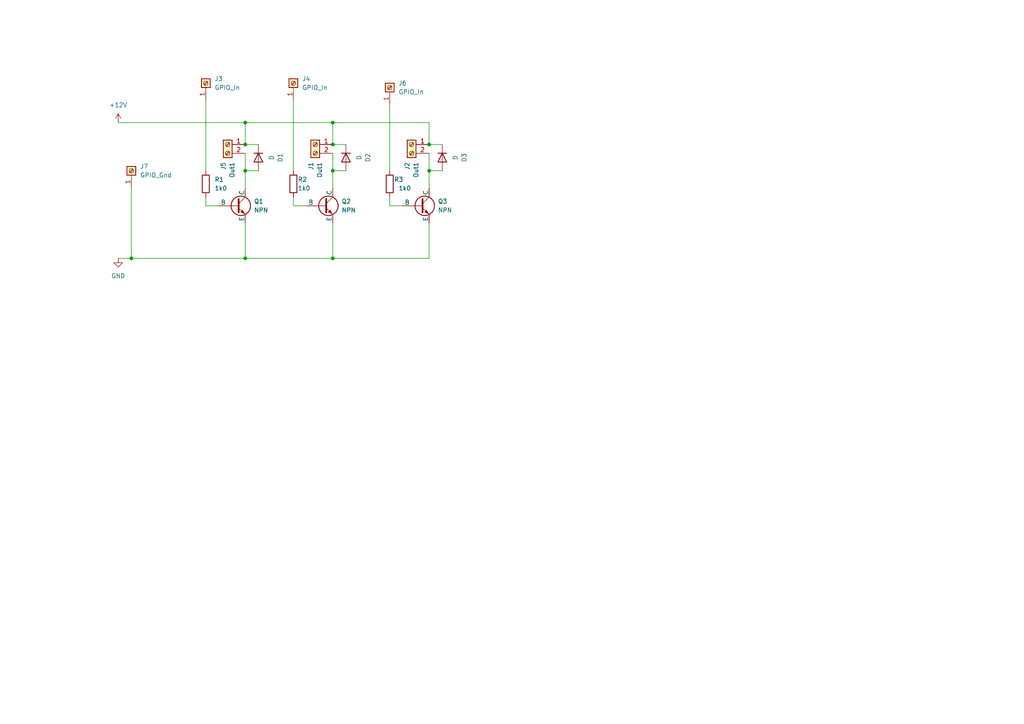
<source format=kicad_sch>
(kicad_sch (version 20230121) (generator eeschema)
  (paper "A4")
  (title_block (title "CatoZap Schematic") (date "2023-11-23") (rev "001") (comment 1 "Rev001 - moved to common emitter configuration"))
  (lib_symbols
    (symbol "Connector:Screw_Terminal_01x01" (pin_names (offset 1.016) hide)
      (property "Reference" "J" (at 0 2.54 0))
      (property "Value" "Screw_Terminal_01x01" (at 0 -2.54 0))
      (symbol "Screw_Terminal_01x01_1_1"
        (rectangle (start -1.27 1.27) (end 1.27 -1.27) (stroke (width 0.254)) (fill (type background)))
        (polyline (pts (xy -0.5334 0.3302) (xy 0.3302 -0.508)) (stroke (width 0.1524)))
        (polyline (pts (xy -0.3556 0.508) (xy 0.508 -0.3302)) (stroke (width 0.1524)))
        (circle (center 0 0) (radius 0.635) (stroke (width 0.1524)))
        (pin passive line (at -5.08 0 0) (length 3.81) (name "Pin_1") (number "1"))
      )
    )
    (symbol "Connector:Screw_Terminal_01x02" (pin_names (offset 1.016) hide)
      (property "Reference" "J" (at 0 2.54 0))
      (property "Value" "Screw_Terminal_01x02" (at 0 -5.08 0))
      (symbol "Screw_Terminal_01x02_1_1"
        (rectangle (start -1.27 1.27) (end 1.27 -3.81) (stroke (width 0.254)) (fill (type background)))
        (circle (center 0 -2.54) (radius 0.635) (stroke (width 0.1524)))
        (polyline (pts (xy -0.5334 -2.2098) (xy 0.3302 -3.048)) (stroke (width 0.1524)))
        (polyline (pts (xy -0.5334 0.3302) (xy 0.3302 -0.508)) (stroke (width 0.1524)))
        (polyline (pts (xy -0.3556 -2.032) (xy 0.508 -2.8702)) (stroke (width 0.1524)))
        (polyline (pts (xy -0.3556 0.508) (xy 0.508 -0.3302)) (stroke (width 0.1524)))
        (circle (center 0 0) (radius 0.635) (stroke (width 0.1524)))
        (pin passive line (at -5.08 0 0) (length 3.81) (name "Pin_1") (number "1"))
        (pin passive line (at -5.08 -2.54 0) (length 3.81) (name "Pin_2") (number "2"))
      )
    )
    (symbol "Device:D" (pin_numbers hide) (pin_names (offset 1.016) hide)
      (property "Reference" "D" (at 0 2.54 0))
      (property "Value" "D" (at 0 -2.54 0))
      (symbol "D_0_1"
        (polyline (pts (xy -1.27 1.27) (xy -1.27 -1.27)) (stroke (width 0.254)))
        (polyline (pts (xy 1.27 0) (xy -1.27 0)))
        (polyline (pts (xy 1.27 1.27) (xy 1.27 -1.27) (xy -1.27 0) (xy 1.27 1.27)) (stroke (width 0.254)))
      )
      (symbol "D_1_1"
        (pin passive line (at -3.81 0 0) (length 2.54) (name "K") (number "1"))
        (pin passive line (at 3.81 0 180) (length 2.54) (name "A") (number "2"))
      )
    )
    (symbol "Device:R" (pin_numbers hide) (pin_names (offset 0))
      (property "Reference" "R" (at 2.032 0 90))
      (property "Value" "R" (at 0 0 90))
      (symbol "R_0_1"
        (rectangle (start -1.016 -2.54) (end 1.016 2.54) (stroke (width 0.254)))
      )
      (symbol "R_1_1"
        (pin passive line (at 0 3.81 270) (length 1.27) (name "~") (number "1"))
        (pin passive line (at 0 -3.81 90) (length 1.27) (name "~") (number "2"))
      )
    )
    (symbol "Simulation_SPICE:NPN" (pin_numbers hide) (pin_names (offset 0))
      (property "Reference" "Q" (at -2.54 7.62 0))
      (property "Value" "NPN" (at -2.54 5.08 0))
      (symbol "NPN_0_1"
        (polyline (pts (xy -2.54 0) (xy 0.635 0)) (stroke (width 0.1524)))
        (polyline (pts (xy 0.635 0.635) (xy 2.54 2.54)))
        (polyline (pts (xy 2.794 -1.27) (xy 2.794 -1.27)) (stroke (width 0.1524)))
        (polyline (pts (xy 2.794 -1.27) (xy 2.794 -1.27)) (stroke (width 0.1524)))
        (polyline (pts (xy 0.635 -0.635) (xy 2.54 -2.54) (xy 2.54 -2.54)))
        (polyline (pts (xy 0.635 1.905) (xy 0.635 -1.905) (xy 0.635 -1.905)) (stroke (width 0.508)))
        (polyline (pts (xy 1.27 -1.778) (xy 1.778 -1.27) (xy 2.286 -2.286) (xy 1.27 -1.778) (xy 1.27 -1.778)) (fill (type outline)))
        (circle (center 1.27 0) (radius 2.8194) (stroke (width 0.254)))
      )
      (symbol "NPN_1_1"
        (pin open_collector line (at 2.54 5.08 270) (length 2.54) (name "C") (number "1"))
        (pin input line (at -5.08 0 0) (length 2.54) (name "B") (number "2"))
        (pin open_emitter line (at 2.54 -5.08 90) (length 2.54) (name "E") (number "3"))
      )
    )
    (symbol "power:+12V" (power) (pin_names (offset 0))
      (property "Value" "+12V" (at 0 3.556 0))
      (symbol "+12V_0_1"
        (polyline (pts (xy -0.762 1.27) (xy 0 2.54)))
        (polyline (pts (xy 0 0) (xy 0 2.54)))
        (polyline (pts (xy 0 2.54) (xy 0.762 1.27)))
      )
      (symbol "+12V_1_1"
        (pin power_in line (at 0 0 90) (length 0) hide (name "+12V") (number "1"))
      )
    )
    (symbol "power:GND" (power) (pin_names (offset 0))
      (property "Value" "GND" (at 0 -3.81 0))
      (symbol "GND_0_1"
        (polyline (pts (xy 0 0) (xy 0 -1.27) (xy 1.27 -1.27) (xy 0 -2.54) (xy -1.27 -1.27) (xy 0 -1.27)))
      )
      (symbol "GND_1_1"
        (pin power_in line (at 0 0 270) (length 0) hide (name "GND") (number "1"))
      )
    )
  )
  (junction (at 124.46 41.91))
  (junction (at 96.52 41.91))
  (junction (at 124.46 49.53))
  (junction (at 96.52 49.53))
  (junction (at 38.1 74.93))
  (junction (at 71.12 49.53))
  (junction (at 71.12 74.93))
  (junction (at 71.12 41.91))
  (junction (at 96.52 74.93))
  (junction (at 96.52 35.56))
  (junction (at 71.12 35.56))
  (wire (pts (xy 124.46 64.77) (xy 124.46 74.93)))
  (wire (pts (xy 100.33 41.91) (xy 96.52 41.91)))
  (wire (pts (xy 116.84 59.69) (xy 113.03 59.69)))
  (wire (pts (xy 71.12 64.77) (xy 71.12 74.93)))
  (wire (pts (xy 71.12 41.91) (xy 74.93 41.91)))
  (wire (pts (xy 74.93 49.53) (xy 71.12 49.53)))
  (wire (pts (xy 96.52 74.93) (xy 124.46 74.93)))
  (wire (pts (xy 85.09 59.69) (xy 88.9 59.69)))
  (wire (pts (xy 124.46 35.56) (xy 124.46 41.91)))
  (wire (pts (xy 113.03 30.48) (xy 113.03 49.53)))
  (wire (pts (xy 71.12 74.93) (xy 96.52 74.93)))
  (wire (pts (xy 128.27 41.91) (xy 124.46 41.91)))
  (wire (pts (xy 96.52 49.53) (xy 96.52 54.61)))
  (wire (pts (xy 124.46 49.53) (xy 124.46 54.61)))
  (wire (pts (xy 85.09 59.69) (xy 85.09 57.15)))
  (wire (pts (xy 96.52 35.56) (xy 96.52 41.91)))
  (wire (pts (xy 71.12 41.91) (xy 71.12 35.56)))
  (wire (pts (xy 34.29 35.56) (xy 71.12 35.56)))
  (wire (pts (xy 71.12 49.53) (xy 71.12 44.45)))
  (wire (pts (xy 100.33 49.53) (xy 96.52 49.53)))
  (wire (pts (xy 85.09 29.21) (xy 85.09 49.53)))
  (wire (pts (xy 96.52 49.53) (xy 96.52 44.45)))
  (wire (pts (xy 113.03 59.69) (xy 113.03 57.15)))
  (wire (pts (xy 71.12 35.56) (xy 96.52 35.56)))
  (wire (pts (xy 96.52 35.56) (xy 124.46 35.56)))
  (wire (pts (xy 38.1 54.61) (xy 38.1 74.93)))
  (wire (pts (xy 59.69 59.69) (xy 63.5 59.69)))
  (wire (pts (xy 34.29 74.93) (xy 38.1 74.93)))
  (wire (pts (xy 96.52 64.77) (xy 96.52 74.93)))
  (wire (pts (xy 59.69 29.21) (xy 59.69 49.53)))
  (wire (pts (xy 128.27 49.53) (xy 124.46 49.53)))
  (wire (pts (xy 124.46 49.53) (xy 124.46 44.45)))
  (wire (pts (xy 71.12 49.53) (xy 71.12 54.61)))
  (wire (pts (xy 38.1 74.93) (xy 71.12 74.93)))
  (wire (pts (xy 59.69 59.69) (xy 59.69 57.15)))
  (symbol (lib_id "Connector:Screw_Terminal_01x01") (at 113.03 25.4 90) (unit 1)
    (property "Reference" "J6" (at 115.57 24.13 90) (effects (justify right)))
    (property "Value" "GPIO_In" (at 115.57 26.67 90) (effects (justify right)))
  )
  (symbol (lib_id "Device:D") (at 128.27 45.72 270) (unit 1)
    (property "Reference" "D3" (at 134.62 45.72 0))
    (property "Value" "D" (at 132.08 45.72 0))
    (property "Sim.Device" "D" (effects hide))
    (property "Sim.Pins" "1=K 2=A" (effects hide))
  )
  (symbol (lib_id "power:GND") (at 34.29 74.93 0) (unit 1)
    (property "Reference" "#PWR02" (effects hide))
    (property "Value" "GND" (at 34.29 80.01 0))
  )
  (symbol (lib_id "power:+12V") (at 34.29 35.56 0) (unit 1)
    (property "Reference" "#PWR01" (effects hide))
    (property "Value" "+12V" (at 34.29 30.48 0))
  )
  (symbol (lib_id "Device:D") (at 100.33 45.72 270) (unit 1)
    (property "Reference" "D2" (at 106.68 45.72 0))
    (property "Value" "D" (at 104.14 45.72 0))
    (property "Sim.Device" "D" (effects hide))
    (property "Sim.Pins" "1=K 2=A" (effects hide))
  )
  (symbol (lib_id "Simulation_SPICE:NPN") (at 121.92 59.69 0) (unit 1)
    (property "Reference" "Q3" (at 127 58.42 0) (effects (justify left)))
    (property "Value" "NPN" (at 127 60.96 0) (effects (justify left)))
    (property "Sim.Device" "NPN" (effects hide))
    (property "Sim.Type" "GUMMELPOON" (effects hide))
    (property "Sim.Pins" "1=C 2=B 3=E" (effects hide))
  )
  (symbol (lib_id "Device:R") (at 85.09 53.34 0) (unit 1)
    (property "Reference" "R2" (at 86.36 52.07 0) (effects (justify left)))
    (property "Value" "1k0" (at 86.36 54.61 0) (effects (justify left)))
  )
  (symbol (lib_id "Device:R") (at 59.69 53.34 0) (unit 1)
    (property "Reference" "R1" (at 62.23 52.07 0) (effects (justify left)))
    (property "Value" "1k0" (at 62.23 54.61 0) (effects (justify left)))
  )
  (symbol (lib_id "Connector:Screw_Terminal_01x02") (at 119.38 41.91 0) (mirror y) (unit 1)
    (property "Reference" "J2" (at 118.11 46.99 90) (effects (justify right)))
    (property "Value" "Out1" (at 120.65 46.99 90) (effects (justify right)))
  )
  (symbol (lib_id "Device:D") (at 74.93 45.72 270) (unit 1)
    (property "Reference" "D1" (at 81.28 45.72 0))
    (property "Value" "D" (at 78.74 45.72 0))
    (property "Sim.Device" "D" (effects hide))
    (property "Sim.Pins" "1=K 2=A" (effects hide))
  )
  (symbol (lib_id "Connector:Screw_Terminal_01x01") (at 85.09 24.13 90) (unit 1)
    (property "Reference" "J4" (at 87.63 22.86 90) (effects (justify right)))
    (property "Value" "GPIO_In" (at 87.63 25.4 90) (effects (justify right)))
  )
  (symbol (lib_id "Simulation_SPICE:NPN") (at 93.98 59.69 0) (unit 1)
    (property "Reference" "Q2" (at 99.06 58.42 0) (effects (justify left)))
    (property "Value" "NPN" (at 99.06 60.96 0) (effects (justify left)))
    (property "Sim.Device" "NPN" (effects hide))
    (property "Sim.Type" "GUMMELPOON" (effects hide))
    (property "Sim.Pins" "1=C 2=B 3=E" (effects hide))
  )
  (symbol (lib_id "Simulation_SPICE:NPN") (at 68.58 59.69 0) (unit 1)
    (property "Reference" "Q1" (at 73.66 58.42 0) (effects (justify left)))
    (property "Value" "NPN" (at 73.66 60.96 0) (effects (justify left)))
    (property "Sim.Device" "NPN" (effects hide))
    (property "Sim.Type" "GUMMELPOON" (effects hide))
    (property "Sim.Pins" "1=C 2=B 3=E" (effects hide))
  )
  (symbol (lib_id "Connector:Screw_Terminal_01x02") (at 91.44 41.91 0) (mirror y) (unit 1)
    (property "Reference" "J1" (at 90.17 46.99 90) (effects (justify right)))
    (property "Value" "Out1" (at 92.71 46.99 90) (effects (justify right)))
  )
  (symbol (lib_id "Connector:Screw_Terminal_01x01") (at 59.69 24.13 90) (unit 1)
    (property "Reference" "J3" (at 62.23 22.86 90) (effects (justify right)))
    (property "Value" "GPIO_In" (at 62.23 25.4 90) (effects (justify right)))
  )
  (symbol (lib_id "Connector:Screw_Terminal_01x02") (at 66.04 41.91 0) (mirror y) (unit 1)
    (property "Reference" "J5" (at 64.77 46.99 90) (effects (justify right)))
    (property "Value" "Out1" (at 67.31 46.99 90) (effects (justify right)))
  )
  (symbol (lib_id "Connector:Screw_Terminal_01x01") (at 38.1 49.53 90) (unit 1)
    (property "Reference" "J7" (at 40.64 48.26 90) (effects (justify right)))
    (property "Value" "GPIO_Gnd" (at 40.64 50.8 90) (effects (justify right)))
  )
  (symbol (lib_id "Device:R") (at 113.03 53.34 0) (unit 1)
    (property "Reference" "R3" (at 114.3 52.07 0) (effects (justify left)))
    (property "Value" "1k0" (at 115.57 54.61 0) (effects (justify left)))
  )
)
</source>
